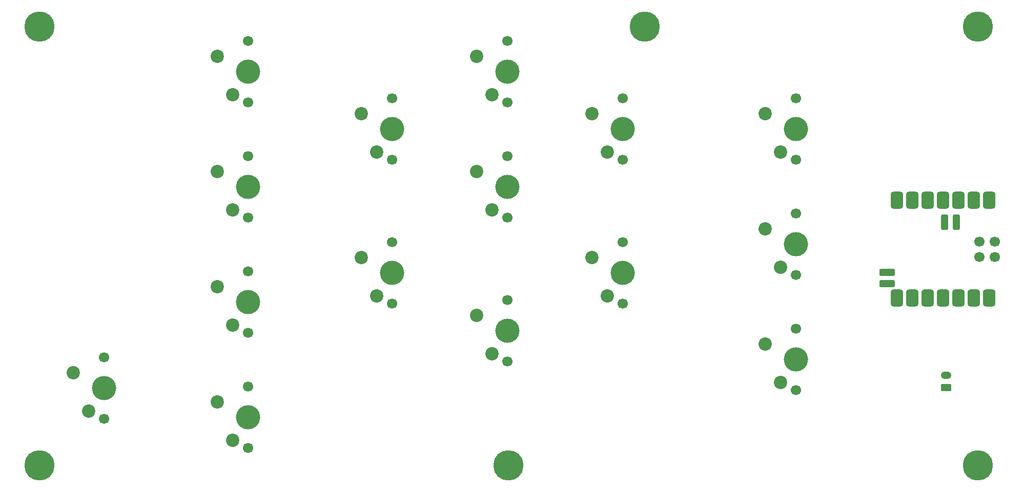
<source format=gbr>
%TF.GenerationSoftware,KiCad,Pcbnew,9.0.6*%
%TF.CreationDate,2026-01-24T17:24:49-08:00*%
%TF.ProjectId,board,626f6172-642e-46b6-9963-61645f706362,rev?*%
%TF.SameCoordinates,Original*%
%TF.FileFunction,Soldermask,Top*%
%TF.FilePolarity,Negative*%
%FSLAX46Y46*%
G04 Gerber Fmt 4.6, Leading zero omitted, Abs format (unit mm)*
G04 Created by KiCad (PCBNEW 9.0.6) date 2026-01-24 17:24:49*
%MOMM*%
%LPD*%
G01*
G04 APERTURE LIST*
G04 Aperture macros list*
%AMRoundRect*
0 Rectangle with rounded corners*
0 $1 Rounding radius*
0 $2 $3 $4 $5 $6 $7 $8 $9 X,Y pos of 4 corners*
0 Add a 4 corners polygon primitive as box body*
4,1,4,$2,$3,$4,$5,$6,$7,$8,$9,$2,$3,0*
0 Add four circle primitives for the rounded corners*
1,1,$1+$1,$2,$3*
1,1,$1+$1,$4,$5*
1,1,$1+$1,$6,$7*
1,1,$1+$1,$8,$9*
0 Add four rect primitives between the rounded corners*
20,1,$1+$1,$2,$3,$4,$5,0*
20,1,$1+$1,$4,$5,$6,$7,0*
20,1,$1+$1,$6,$7,$8,$9,0*
20,1,$1+$1,$8,$9,$2,$3,0*%
G04 Aperture macros list end*
%ADD10C,1.700000*%
%ADD11C,4.000000*%
%ADD12C,2.200000*%
%ADD13C,5.000000*%
%ADD14RoundRect,0.525400X-0.525400X0.900400X-0.525400X-0.900400X0.525400X-0.900400X0.525400X0.900400X0*%
%ADD15RoundRect,0.300400X0.300400X-1.000400X0.300400X1.000400X-0.300400X1.000400X-0.300400X-1.000400X0*%
%ADD16RoundRect,0.300400X1.000400X0.300400X-1.000400X0.300400X-1.000400X-0.300400X1.000400X-0.300400X0*%
%ADD17RoundRect,0.250000X0.625000X-0.350000X0.625000X0.350000X-0.625000X0.350000X-0.625000X-0.350000X0*%
%ADD18O,1.750000X1.200000*%
G04 APERTURE END LIST*
D10*
%TO.C,SW9*%
X107315000Y-77470000D03*
D11*
X107315000Y-72390000D03*
D10*
X107315000Y-67310000D03*
D12*
X102235000Y-69850000D03*
X104775000Y-76200000D03*
%TD*%
D10*
%TO.C,SW7*%
X107315000Y-96520000D03*
D11*
X107315000Y-91440000D03*
D10*
X107315000Y-86360000D03*
D12*
X102235000Y-88900000D03*
X104775000Y-95250000D03*
%TD*%
D10*
%TO.C,SW1*%
X40640000Y-129857500D03*
D11*
X40640000Y-124777500D03*
D10*
X40640000Y-119697500D03*
D12*
X35560000Y-122237500D03*
X38100000Y-128587500D03*
%TD*%
D10*
%TO.C,SW13*%
X154940000Y-125095000D03*
D11*
X154940000Y-120015000D03*
D10*
X154940000Y-114935000D03*
D12*
X149860000Y-117475000D03*
X152400000Y-123825000D03*
%TD*%
D13*
%TO.C,H1*%
X30000000Y-65000000D03*
%TD*%
%TO.C,H4*%
X185000000Y-137500000D03*
%TD*%
%TO.C,H5*%
X107500000Y-137500000D03*
%TD*%
D10*
%TO.C,SW12*%
X107315000Y-120332500D03*
D11*
X107315000Y-115252500D03*
D10*
X107315000Y-110172500D03*
D12*
X102235000Y-112712500D03*
X104775000Y-119062500D03*
%TD*%
D10*
%TO.C,SW10*%
X126365000Y-86995000D03*
D11*
X126365000Y-81915000D03*
D10*
X126365000Y-76835000D03*
D12*
X121285000Y-79375000D03*
X123825000Y-85725000D03*
%TD*%
D10*
%TO.C,SW14*%
X154940000Y-106045000D03*
D11*
X154940000Y-100965000D03*
D10*
X154940000Y-95885000D03*
D12*
X149860000Y-98425000D03*
X152400000Y-104775000D03*
%TD*%
D10*
%TO.C,SW11*%
X88265000Y-110807500D03*
D11*
X88265000Y-105727500D03*
D10*
X88265000Y-100647500D03*
D12*
X83185000Y-103187500D03*
X85725000Y-109537500D03*
%TD*%
D10*
%TO.C,SW15*%
X154940000Y-86995000D03*
D11*
X154940000Y-81915000D03*
D10*
X154940000Y-76835000D03*
D12*
X149860000Y-79375000D03*
X152400000Y-85725000D03*
%TD*%
D13*
%TO.C,H3*%
X185000000Y-65000000D03*
%TD*%
D10*
%TO.C,SW5*%
X64452500Y-77470000D03*
D11*
X64452500Y-72390000D03*
D10*
X64452500Y-67310000D03*
D12*
X59372500Y-69850000D03*
X61912500Y-76200000D03*
%TD*%
D10*
%TO.C,SW3*%
X64452500Y-115570000D03*
D11*
X64452500Y-110490000D03*
D10*
X64452500Y-105410000D03*
D12*
X59372500Y-107950000D03*
X61912500Y-114300000D03*
%TD*%
D10*
%TO.C,SW4*%
X64452500Y-96520000D03*
D11*
X64452500Y-91440000D03*
D10*
X64452500Y-86360000D03*
D12*
X59372500Y-88900000D03*
X61912500Y-95250000D03*
%TD*%
D13*
%TO.C,H2*%
X30000000Y-137500000D03*
%TD*%
D14*
%TO.C,U1*%
X186851500Y-93715000D03*
X184311500Y-93715000D03*
X181771500Y-93715000D03*
X179231500Y-93715000D03*
X176691500Y-93715000D03*
X174151500Y-93715000D03*
X171611500Y-93715000D03*
X171611500Y-109880000D03*
X174151500Y-109880000D03*
X176691500Y-109880000D03*
X179231500Y-109880000D03*
X181771500Y-109880000D03*
X184311500Y-109880000D03*
X186851500Y-109880000D03*
D15*
X179545000Y-97325000D03*
X181450000Y-97325000D03*
D16*
X169994600Y-105580000D03*
X169994600Y-107485000D03*
D10*
X187800000Y-100500000D03*
X187800000Y-103040000D03*
X185260000Y-100500000D03*
X185260000Y-103040000D03*
%TD*%
%TO.C,SW8*%
X88265000Y-86995000D03*
D11*
X88265000Y-81915000D03*
D10*
X88265000Y-76835000D03*
D12*
X83185000Y-79375000D03*
X85725000Y-85725000D03*
%TD*%
D10*
%TO.C,SW6*%
X126365000Y-110807500D03*
D11*
X126365000Y-105727500D03*
D10*
X126365000Y-100647500D03*
D12*
X121285000Y-103187500D03*
X123825000Y-109537500D03*
%TD*%
D10*
%TO.C,SW2*%
X64452500Y-134620000D03*
D11*
X64452500Y-129540000D03*
D10*
X64452500Y-124460000D03*
D12*
X59372500Y-127000000D03*
X61912500Y-133350000D03*
%TD*%
D13*
%TO.C,H6*%
X130000000Y-65000000D03*
%TD*%
D17*
%TO.C,J1*%
X179784526Y-124634478D03*
D18*
X179784526Y-122634478D03*
%TD*%
M02*

</source>
